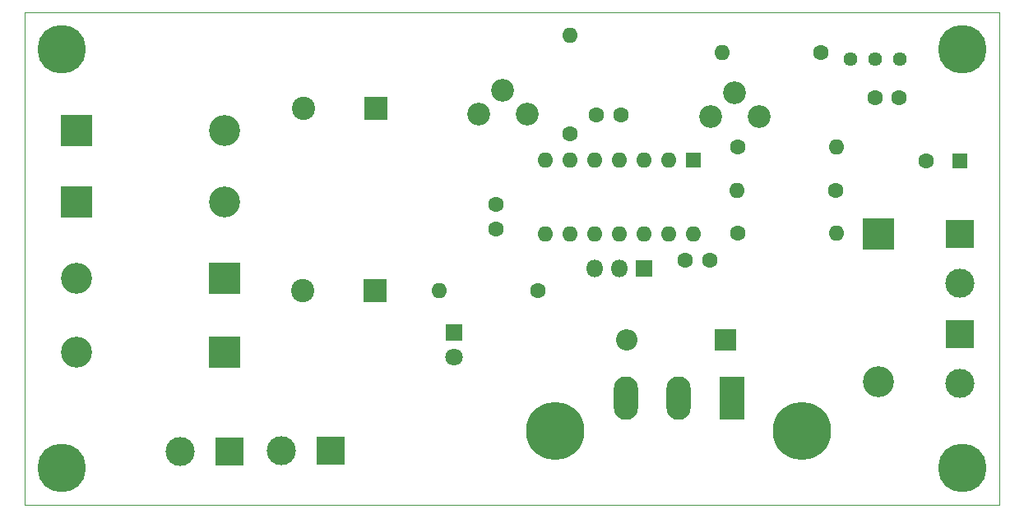
<source format=gtl>
G04 #@! TF.GenerationSoftware,KiCad,Pcbnew,6.0.4-6f826c9f35~116~ubuntu20.04.1*
G04 #@! TF.CreationDate,2022-06-01T22:01:37-03:00*
G04 #@! TF.ProjectId,Kicad_Projects,4b696361-645f-4507-926f-6a656374732e,rev?*
G04 #@! TF.SameCoordinates,Original*
G04 #@! TF.FileFunction,Copper,L1,Top*
G04 #@! TF.FilePolarity,Positive*
%FSLAX46Y46*%
G04 Gerber Fmt 4.6, Leading zero omitted, Abs format (unit mm)*
G04 Created by KiCad (PCBNEW 6.0.4-6f826c9f35~116~ubuntu20.04.1) date 2022-06-01 22:01:37*
%MOMM*%
%LPD*%
G01*
G04 APERTURE LIST*
G04 #@! TA.AperFunction,Profile*
%ADD10C,0.100000*%
G04 #@! TD*
G04 #@! TA.AperFunction,ComponentPad*
%ADD11C,1.600000*%
G04 #@! TD*
G04 #@! TA.AperFunction,ComponentPad*
%ADD12O,1.600000X1.600000*%
G04 #@! TD*
G04 #@! TA.AperFunction,ComponentPad*
%ADD13C,2.340000*%
G04 #@! TD*
G04 #@! TA.AperFunction,ComponentPad*
%ADD14R,1.800000X1.800000*%
G04 #@! TD*
G04 #@! TA.AperFunction,ComponentPad*
%ADD15O,1.800000X1.800000*%
G04 #@! TD*
G04 #@! TA.AperFunction,ComponentPad*
%ADD16R,2.400000X2.400000*%
G04 #@! TD*
G04 #@! TA.AperFunction,ComponentPad*
%ADD17C,2.400000*%
G04 #@! TD*
G04 #@! TA.AperFunction,ComponentPad*
%ADD18R,2.500000X4.500000*%
G04 #@! TD*
G04 #@! TA.AperFunction,ComponentPad*
%ADD19O,2.500000X4.500000*%
G04 #@! TD*
G04 #@! TA.AperFunction,ComponentPad*
%ADD20R,3.200000X3.200000*%
G04 #@! TD*
G04 #@! TA.AperFunction,ComponentPad*
%ADD21O,3.200000X3.200000*%
G04 #@! TD*
G04 #@! TA.AperFunction,ComponentPad*
%ADD22R,2.200000X2.200000*%
G04 #@! TD*
G04 #@! TA.AperFunction,ComponentPad*
%ADD23O,2.200000X2.200000*%
G04 #@! TD*
G04 #@! TA.AperFunction,ComponentPad*
%ADD24C,6.000000*%
G04 #@! TD*
G04 #@! TA.AperFunction,ComponentPad*
%ADD25C,1.440000*%
G04 #@! TD*
G04 #@! TA.AperFunction,ComponentPad*
%ADD26R,3.000000X3.000000*%
G04 #@! TD*
G04 #@! TA.AperFunction,ComponentPad*
%ADD27C,3.000000*%
G04 #@! TD*
G04 #@! TA.AperFunction,ComponentPad*
%ADD28R,1.600000X1.600000*%
G04 #@! TD*
G04 #@! TA.AperFunction,ComponentPad*
%ADD29C,1.800000*%
G04 #@! TD*
G04 #@! TA.AperFunction,ViaPad*
%ADD30C,5.000000*%
G04 #@! TD*
G04 APERTURE END LIST*
D10*
X63500000Y-72390000D02*
X63500000Y-123190000D01*
X163830000Y-123190000D02*
X163830000Y-72390000D01*
X63500000Y-123190000D02*
X163830000Y-123190000D01*
X163830000Y-72390000D02*
X63500000Y-72390000D01*
D11*
X145416000Y-76489000D03*
D12*
X135256000Y-76489000D03*
D11*
X136907000Y-95158000D03*
D12*
X147067000Y-95158000D03*
D13*
X134051000Y-83115000D03*
X136551000Y-80615000D03*
X139051000Y-83115000D03*
D14*
X127254000Y-98812000D03*
D15*
X124714000Y-98812000D03*
X122174000Y-98812000D03*
D16*
X99568000Y-101092000D03*
D17*
X92068000Y-101092000D03*
D11*
X146940000Y-90713000D03*
D12*
X136780000Y-90713000D03*
D13*
X110175000Y-82861000D03*
X112675000Y-80361000D03*
X115175000Y-82861000D03*
D18*
X136260000Y-112194000D03*
D19*
X130810000Y-112194000D03*
X125360000Y-112194000D03*
D20*
X68834000Y-91948000D03*
D21*
X84074000Y-91948000D03*
D16*
X99651755Y-82296000D03*
D17*
X92151755Y-82296000D03*
D11*
X122322000Y-82966000D03*
X124822000Y-82966000D03*
D22*
X135636000Y-106172000D03*
D23*
X125476000Y-106172000D03*
D20*
X84074000Y-99822000D03*
D21*
X68834000Y-99822000D03*
D20*
X84074000Y-107442000D03*
D21*
X68834000Y-107442000D03*
D20*
X151384000Y-95250000D03*
D21*
X151384000Y-110490000D03*
D24*
X143510000Y-115570000D03*
X118110000Y-115570000D03*
D25*
X148464000Y-77199000D03*
X151004000Y-77199000D03*
X153544000Y-77199000D03*
D26*
X84583000Y-117637000D03*
D27*
X79503000Y-117637000D03*
D11*
X153504000Y-81188000D03*
X151004000Y-81188000D03*
D28*
X132339000Y-87640000D03*
D12*
X129799000Y-87640000D03*
X127259000Y-87640000D03*
X124719000Y-87640000D03*
X122179000Y-87640000D03*
X119639000Y-87640000D03*
X117099000Y-87640000D03*
X117099000Y-95260000D03*
X119639000Y-95260000D03*
X122179000Y-95260000D03*
X124719000Y-95260000D03*
X127259000Y-95260000D03*
X129799000Y-95260000D03*
X132339000Y-95260000D03*
D11*
X136907000Y-86268000D03*
D12*
X147067000Y-86268000D03*
D14*
X107696000Y-105410000D03*
D29*
X107696000Y-107950000D03*
D28*
X159768651Y-87665000D03*
D11*
X156268651Y-87665000D03*
D20*
X68834000Y-84582000D03*
D21*
X84074000Y-84582000D03*
D26*
X159766000Y-95250000D03*
D27*
X159766000Y-100330000D03*
D26*
X159766000Y-105572000D03*
D27*
X159766000Y-110652000D03*
D11*
X133965000Y-97917000D03*
X131465000Y-97917000D03*
X119635000Y-84871000D03*
D12*
X119635000Y-74711000D03*
D11*
X116332000Y-101092000D03*
D12*
X106172000Y-101092000D03*
D11*
X112014000Y-92202000D03*
X112014000Y-94702000D03*
D26*
X94996000Y-117602000D03*
D27*
X89916000Y-117602000D03*
D30*
X160020000Y-76200000D03*
X67310000Y-119380000D03*
X67310000Y-76200000D03*
X159998022Y-119351386D03*
M02*

</source>
